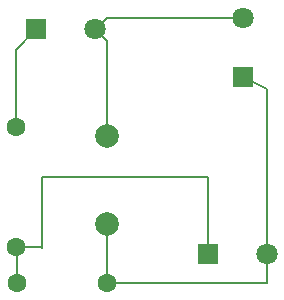
<source format=gbr>
%TF.GenerationSoftware,KiCad,Pcbnew,9.0.2*%
%TF.CreationDate,2025-06-02T11:29:15-03:00*%
%TF.ProjectId,PCB_Borneras,5043425f-426f-4726-9e65-7261732e6b69,rev?*%
%TF.SameCoordinates,Original*%
%TF.FileFunction,Copper,L1,Top*%
%TF.FilePolarity,Positive*%
%FSLAX46Y46*%
G04 Gerber Fmt 4.6, Leading zero omitted, Abs format (unit mm)*
G04 Created by KiCad (PCBNEW 9.0.2) date 2025-06-02 11:29:15*
%MOMM*%
%LPD*%
G01*
G04 APERTURE LIST*
%TA.AperFunction,ComponentPad*%
%ADD10C,1.600000*%
%TD*%
%TA.AperFunction,ComponentPad*%
%ADD11R,1.800000X1.800000*%
%TD*%
%TA.AperFunction,ComponentPad*%
%ADD12C,1.800000*%
%TD*%
%TA.AperFunction,ComponentPad*%
%ADD13C,2.000000*%
%TD*%
%TA.AperFunction,Conductor*%
%ADD14C,0.200000*%
%TD*%
G04 APERTURE END LIST*
D10*
%TO.P,R1,1*%
%TO.N,Net-(C1-Pad1)*%
X104500000Y-76000000D03*
%TO.P,R1,2*%
%TO.N,Net-(J2-Pad1)*%
X96880000Y-76000000D03*
%TD*%
D11*
%TO.P,J3,1,1*%
%TO.N,Net-(C1-Pad1)*%
X116000000Y-58500000D03*
D12*
%TO.P,J3,2,2*%
%TO.N,Net-(C1-Pad2)*%
X116000000Y-53500000D03*
%TD*%
D11*
%TO.P,J1,1,1*%
%TO.N,Net-(J1-Pad1)*%
X98500000Y-54500000D03*
D12*
%TO.P,J1,2,2*%
%TO.N,Net-(C1-Pad2)*%
X103500000Y-54500000D03*
%TD*%
D11*
%TO.P,J2,1,1*%
%TO.N,Net-(J2-Pad1)*%
X113000000Y-73500000D03*
D12*
%TO.P,J2,2,2*%
%TO.N,Net-(C1-Pad1)*%
X118000000Y-73500000D03*
%TD*%
D13*
%TO.P,C1,1*%
%TO.N,Net-(C1-Pad1)*%
X104500000Y-71000000D03*
%TO.P,C1,2*%
%TO.N,Net-(C1-Pad2)*%
X104500000Y-63500000D03*
%TD*%
D10*
%TO.P,L1,1,1*%
%TO.N,Net-(J1-Pad1)*%
X96800000Y-62800000D03*
%TO.P,L1,2,2*%
%TO.N,Net-(J2-Pad1)*%
X96800000Y-72960000D03*
%TD*%
D14*
%TO.N,Net-(C1-Pad1)*%
X118000000Y-59500000D02*
X118000000Y-73500000D01*
X116000000Y-58500000D02*
X118000000Y-59500000D01*
X118000000Y-76000000D02*
X118000000Y-73500000D01*
X104500000Y-76000000D02*
X118000000Y-76000000D01*
X104500000Y-76000000D02*
X104500000Y-71000000D01*
%TO.N,Net-(C1-Pad2)*%
X104500000Y-55500000D02*
X103500000Y-54500000D01*
X103500000Y-54500000D02*
X104500000Y-53500000D01*
X104500000Y-53500000D02*
X116000000Y-53500000D01*
X104500000Y-63500000D02*
X104500000Y-55500000D01*
%TO.N,Net-(J1-Pad1)*%
X96800000Y-56200000D02*
X98500000Y-54500000D01*
X96800000Y-62800000D02*
X96800000Y-56200000D01*
%TO.N,Net-(J2-Pad1)*%
X99000000Y-73000000D02*
X99000000Y-67000000D01*
X98960000Y-72960000D02*
X99000000Y-73000000D01*
X99000000Y-67000000D02*
X113000000Y-67000000D01*
X96880000Y-76000000D02*
X96880000Y-73040000D01*
X113000000Y-67000000D02*
X113000000Y-73500000D01*
X96880000Y-73040000D02*
X96800000Y-72960000D01*
X96800000Y-72960000D02*
X98960000Y-72960000D01*
%TD*%
M02*

</source>
